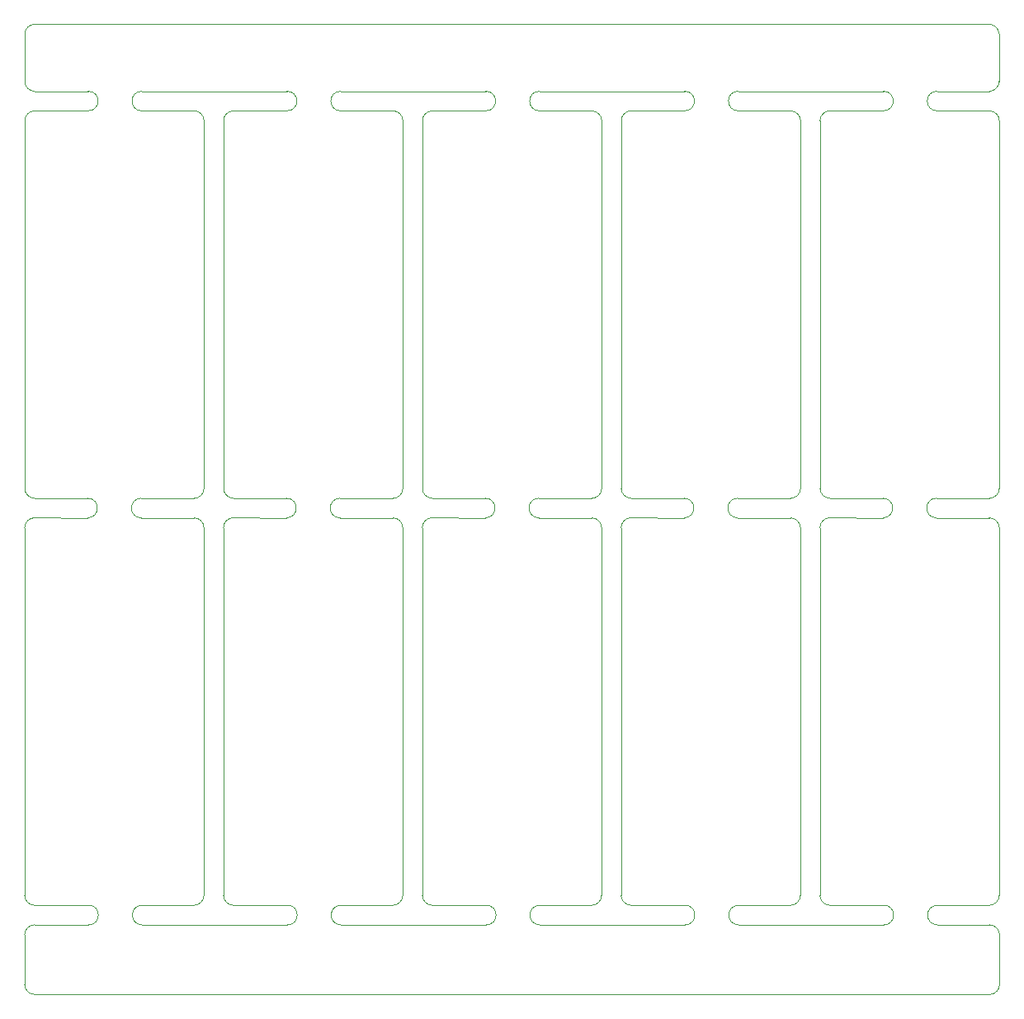
<source format=gbr>
%TF.GenerationSoftware,KiCad,Pcbnew,6.0.3-a3aad9c10e~116~ubuntu20.04.1*%
%TF.CreationDate,2022-03-20T15:04:53+01:00*%
%TF.ProjectId,10xPro_Micro_GPIB,31307850-726f-45f4-9d69-63726f5f4750,rev?*%
%TF.SameCoordinates,Original*%
%TF.FileFunction,Profile,NP*%
%FSLAX46Y46*%
G04 Gerber Fmt 4.6, Leading zero omitted, Abs format (unit mm)*
G04 Created by KiCad (PCBNEW 6.0.3-a3aad9c10e~116~ubuntu20.04.1) date 2022-03-20 15:04:53*
%MOMM*%
%LPD*%
G01*
G04 APERTURE LIST*
%TA.AperFunction,Profile*%
%ADD10C,0.050000*%
%TD*%
G04 APERTURE END LIST*
D10*
X54149358Y-55380000D02*
X54149358Y-60228776D01*
X153106665Y-54359039D02*
X55156465Y-54360000D01*
X116345351Y-104996913D02*
G75*
G03*
X115338243Y-106016878I27849J-1034687D01*
G01*
X136749993Y-144760732D02*
X142300000Y-144760000D01*
X121900000Y-146770000D02*
X107000000Y-146770000D01*
X66105000Y-102995000D02*
X71542251Y-103000732D01*
X136745350Y-104996878D02*
X142195000Y-105005000D01*
X95945350Y-104996878D02*
X101395000Y-105005000D01*
X153150000Y-146770000D02*
X147800000Y-146770000D01*
X94950936Y-64256878D02*
X94949358Y-101987232D01*
X135736664Y-143747232D02*
G75*
G03*
X136749993Y-144760732I1035636J22132D01*
G01*
X113338243Y-106007839D02*
X113336665Y-143748193D01*
X127360000Y-61230000D02*
X142260000Y-61230000D01*
X113350936Y-64247839D02*
X113349358Y-101988193D01*
X55149993Y-144760732D02*
X60700000Y-144760000D01*
X74549364Y-101987232D02*
G75*
G03*
X75562686Y-103000732I1035636J22132D01*
G01*
X142300000Y-146770000D02*
G75*
G03*
X142300000Y-144760000I0J1005000D01*
G01*
X75549993Y-144760732D02*
X81100000Y-144760000D01*
X94949364Y-101987232D02*
G75*
G03*
X95962686Y-103000732I1035636J22132D01*
G01*
X153119559Y-61237494D02*
G75*
G03*
X154126665Y-60217461I-27859J1034694D01*
G01*
X81060000Y-63240000D02*
G75*
G03*
X81060000Y-61230000I0J1005000D01*
G01*
X121795000Y-105005000D02*
G75*
G03*
X121795000Y-102995000I0J1005000D01*
G01*
X106960000Y-61230000D02*
G75*
G03*
X106960000Y-63240000I0J-1005000D01*
G01*
X106960000Y-63240000D02*
X112330936Y-63240732D01*
X147760000Y-61230000D02*
X153119558Y-61237461D01*
X74550936Y-64256878D02*
X74549358Y-101987232D01*
X133750936Y-64247839D02*
X133749358Y-101988193D01*
X92938243Y-106007839D02*
X92936665Y-143748193D01*
X153142252Y-103000764D02*
G75*
G03*
X154149358Y-101988193I-20152J1027164D01*
G01*
X101460000Y-63240000D02*
G75*
G03*
X101460000Y-61230000I0J1005000D01*
G01*
X81100000Y-146770000D02*
G75*
G03*
X81100000Y-144760000I0J1005000D01*
G01*
X66200000Y-144760000D02*
G75*
G03*
X66200000Y-146770000I0J-1005000D01*
G01*
X154138243Y-106007839D02*
X154136665Y-143748193D01*
X154126690Y-55366145D02*
G75*
G03*
X153106665Y-54359039I-1034690J-27855D01*
G01*
X133738243Y-106007839D02*
X133736665Y-143748193D01*
X147705000Y-102995000D02*
G75*
G03*
X147705000Y-105005000I0J-1005000D01*
G01*
X106905000Y-102995000D02*
G75*
G03*
X106905000Y-105005000I0J-1005000D01*
G01*
X112329559Y-144760771D02*
G75*
G03*
X113336665Y-143748193I-20159J1027171D01*
G01*
X154170028Y-147777106D02*
G75*
G03*
X153150000Y-146770000I-1034728J-27894D01*
G01*
X115349364Y-101987232D02*
G75*
G03*
X116362686Y-103000732I1035636J22132D01*
G01*
X116358043Y-63236878D02*
X121860000Y-63240000D01*
X132729559Y-144760771D02*
G75*
G03*
X133736665Y-143748193I-20159J1027171D01*
G01*
X86600000Y-144760000D02*
X91929558Y-144760732D01*
X60660000Y-63240000D02*
G75*
G03*
X60660000Y-61230000I0J1005000D01*
G01*
X113338198Y-106007840D02*
G75*
G03*
X112318243Y-105000732I-1034698J-27860D01*
G01*
X115336664Y-143747232D02*
G75*
G03*
X116349993Y-144760732I1035636J22132D01*
G01*
X60700000Y-146770000D02*
G75*
G03*
X60700000Y-144760000I0J1005000D01*
G01*
X54150936Y-64256878D02*
X54149358Y-101987232D01*
X60595000Y-105005000D02*
G75*
G03*
X60595000Y-102995000I0J1005000D01*
G01*
X135750936Y-64256878D02*
X135749358Y-101987232D01*
X75562686Y-103000732D02*
X80995000Y-102995000D01*
X136758043Y-63236878D02*
X142260000Y-63240000D01*
X121900000Y-146770000D02*
G75*
G03*
X121900000Y-144760000I0J1005000D01*
G01*
X147800000Y-144760000D02*
G75*
G03*
X147800000Y-146770000I0J-1005000D01*
G01*
X154170961Y-152895883D02*
X154170000Y-147777107D01*
X54136725Y-152909735D02*
G75*
G03*
X55156665Y-153916844I1034675J27835D01*
G01*
X133738198Y-106007840D02*
G75*
G03*
X132718243Y-105000732I-1034698J-27860D01*
G01*
X71542252Y-103000764D02*
G75*
G03*
X72549358Y-101988193I-20152J1027164D01*
G01*
X55143774Y-146771034D02*
G75*
G03*
X54136665Y-147790961I27826J-1034666D01*
G01*
X75545350Y-104996878D02*
X80995000Y-105005000D01*
X127400000Y-144760000D02*
X132729558Y-144760732D01*
X54136665Y-147790961D02*
X54136665Y-152909737D01*
X75558044Y-63236906D02*
G75*
G03*
X74550936Y-64256878I27856J-1034694D01*
G01*
X55145350Y-104996878D02*
X60595000Y-105005000D01*
X95949993Y-144760732D02*
X101500000Y-144760000D01*
X54149364Y-101987232D02*
G75*
G03*
X55162686Y-103000732I1035636J22132D01*
G01*
X94936664Y-143747232D02*
G75*
G03*
X95949993Y-144760732I1035636J22132D01*
G01*
X92950898Y-64247840D02*
G75*
G03*
X91930936Y-63240732I-1034698J-27860D01*
G01*
X133750898Y-64247840D02*
G75*
G03*
X132730936Y-63240732I-1034698J-27860D01*
G01*
X66200000Y-144760000D02*
X71529558Y-144760732D01*
X127305000Y-102995000D02*
X132742251Y-103000732D01*
X107000000Y-144760000D02*
X112329558Y-144760732D01*
X101500000Y-146770000D02*
G75*
G03*
X101500000Y-144760000I0J1005000D01*
G01*
X94938243Y-106016878D02*
X94936665Y-143747232D01*
X92950936Y-64247839D02*
X92949358Y-101988193D01*
X147705000Y-102995000D02*
X153142251Y-103000732D01*
X66105000Y-105005000D02*
X71518243Y-105000732D01*
X116362686Y-103000732D02*
X121795000Y-102995000D01*
X147800000Y-144760000D02*
X153129558Y-144760732D01*
X81100000Y-146770000D02*
X66200000Y-146770000D01*
X86505000Y-102995000D02*
G75*
G03*
X86505000Y-105005000I0J-1005000D01*
G01*
X135738243Y-106016878D02*
X135736665Y-143747232D01*
X127305000Y-105005000D02*
X132718243Y-105000732D01*
X71529559Y-144760771D02*
G75*
G03*
X72536665Y-143748193I-20159J1027171D01*
G01*
X147760000Y-63240000D02*
X153130936Y-63240732D01*
X86600000Y-144760000D02*
G75*
G03*
X86600000Y-146770000I0J-1005000D01*
G01*
X86560000Y-63240000D02*
X91930936Y-63240732D01*
X91929559Y-144760771D02*
G75*
G03*
X92936665Y-143748193I-20159J1027171D01*
G01*
X154150898Y-64247840D02*
G75*
G03*
X153130936Y-63240732I-1034698J-27860D01*
G01*
X142300000Y-146770000D02*
X127400000Y-146770000D01*
X115338243Y-106016878D02*
X115336665Y-143747232D01*
X95962686Y-103000732D02*
X101395000Y-102995000D01*
X101500000Y-146770000D02*
X86600000Y-146770000D01*
X74536664Y-143747232D02*
G75*
G03*
X75549993Y-144760732I1035636J22132D01*
G01*
X72550936Y-64247839D02*
X72549358Y-101988193D01*
X121860000Y-63240000D02*
G75*
G03*
X121860000Y-61230000I0J1005000D01*
G01*
X55162686Y-103000732D02*
X60595000Y-102995000D01*
X154138198Y-106007840D02*
G75*
G03*
X153118243Y-105000732I-1034698J-27860D01*
G01*
X55169358Y-61235883D02*
X60660000Y-61230000D01*
X142260000Y-63240000D02*
G75*
G03*
X142260000Y-61230000I0J1005000D01*
G01*
X74538243Y-106016878D02*
X74536665Y-143747232D01*
X127400000Y-144760000D02*
G75*
G03*
X127400000Y-146770000I0J-1005000D01*
G01*
X72538198Y-106007840D02*
G75*
G03*
X71518243Y-105000732I-1034698J-27860D01*
G01*
X86560000Y-61230000D02*
G75*
G03*
X86560000Y-63240000I0J-1005000D01*
G01*
X80995000Y-105005000D02*
G75*
G03*
X80995000Y-102995000I0J1005000D01*
G01*
X136762686Y-103000732D02*
X142195000Y-102995000D01*
X86505000Y-102995000D02*
X91942251Y-103000732D01*
X127360000Y-63240000D02*
X132730936Y-63240732D01*
X153129559Y-144760771D02*
G75*
G03*
X154136665Y-143748193I-20159J1027171D01*
G01*
X113350898Y-64247840D02*
G75*
G03*
X112330936Y-63240732I-1034698J-27860D01*
G01*
X147705000Y-105005000D02*
X153118243Y-105000732D01*
X106905000Y-105005000D02*
X112318243Y-105000732D01*
X101395000Y-105005000D02*
G75*
G03*
X101395000Y-102995000I0J1005000D01*
G01*
X127360000Y-61230000D02*
G75*
G03*
X127360000Y-63240000I0J-1005000D01*
G01*
X132742252Y-103000764D02*
G75*
G03*
X133749358Y-101988193I-20152J1027164D01*
G01*
X66105000Y-102995000D02*
G75*
G03*
X66105000Y-105005000I0J-1005000D01*
G01*
X92938198Y-106007840D02*
G75*
G03*
X91918243Y-105000732I-1034698J-27860D01*
G01*
X142195000Y-105005000D02*
G75*
G03*
X142195000Y-102995000I0J1005000D01*
G01*
X66160000Y-61230000D02*
X81060000Y-61230000D01*
X75558043Y-63236878D02*
X81060000Y-63240000D01*
X72538243Y-106016878D02*
X72536665Y-143748193D01*
X54138243Y-106016878D02*
X54136665Y-143747232D01*
X91942252Y-103000764D02*
G75*
G03*
X92949358Y-101988193I-20152J1027164D01*
G01*
X66160000Y-63240000D02*
X71530936Y-63240732D01*
X86505000Y-105005000D02*
X91918243Y-105000732D01*
X54149387Y-60228775D02*
G75*
G03*
X55169358Y-61235883I1034713J27875D01*
G01*
X66160000Y-61230000D02*
G75*
G03*
X66160000Y-63240000I0J-1005000D01*
G01*
X147760000Y-61230000D02*
G75*
G03*
X147760000Y-63240000I0J-1005000D01*
G01*
X154126665Y-60217461D02*
X154126665Y-55366146D01*
X136758044Y-63236906D02*
G75*
G03*
X135750936Y-64256878I27856J-1034694D01*
G01*
X95945351Y-104996913D02*
G75*
G03*
X94938243Y-106016878I27849J-1034687D01*
G01*
X112342252Y-103000764D02*
G75*
G03*
X113349358Y-101988193I-20152J1027164D01*
G01*
X136745351Y-104996913D02*
G75*
G03*
X135738243Y-106016878I27849J-1034687D01*
G01*
X55158043Y-63236878D02*
X60660000Y-63240000D01*
X153163854Y-153915890D02*
G75*
G03*
X154170961Y-152895883I-27854J1034690D01*
G01*
X106960000Y-61230000D02*
X121860000Y-61230000D01*
X115350936Y-64256878D02*
X115349358Y-101987232D01*
X55158044Y-63236906D02*
G75*
G03*
X54150936Y-64256878I27856J-1034694D01*
G01*
X55145351Y-104996913D02*
G75*
G03*
X54138243Y-106016878I27849J-1034687D01*
G01*
X116358044Y-63236906D02*
G75*
G03*
X115350936Y-64256878I27856J-1034694D01*
G01*
X107000000Y-144760000D02*
G75*
G03*
X107000000Y-146770000I0J-1005000D01*
G01*
X116345350Y-104996878D02*
X121810000Y-105005000D01*
X75545351Y-104996913D02*
G75*
G03*
X74538243Y-106016878I27849J-1034687D01*
G01*
X72550898Y-64247840D02*
G75*
G03*
X71530936Y-63240732I-1034698J-27860D01*
G01*
X127305000Y-102995000D02*
G75*
G03*
X127305000Y-105005000I0J-1005000D01*
G01*
X95958044Y-63236906D02*
G75*
G03*
X94950936Y-64256878I27856J-1034694D01*
G01*
X135749364Y-101987232D02*
G75*
G03*
X136762686Y-103000732I1035636J22132D01*
G01*
X55156665Y-153916844D02*
X153163854Y-153915883D01*
X86560000Y-61230000D02*
X101460000Y-61230000D01*
X60700000Y-146770000D02*
X55143772Y-146770961D01*
X54136664Y-143747232D02*
G75*
G03*
X55149993Y-144760732I1035636J22132D01*
G01*
X116349993Y-144760732D02*
X121900000Y-144760000D01*
X106905000Y-102995000D02*
X112342251Y-103000732D01*
X154150936Y-64247839D02*
X154149358Y-101988193D01*
X55156466Y-54360028D02*
G75*
G03*
X54149358Y-55380000I27834J-1034672D01*
G01*
X95958043Y-63236878D02*
X101460000Y-63240000D01*
M02*

</source>
